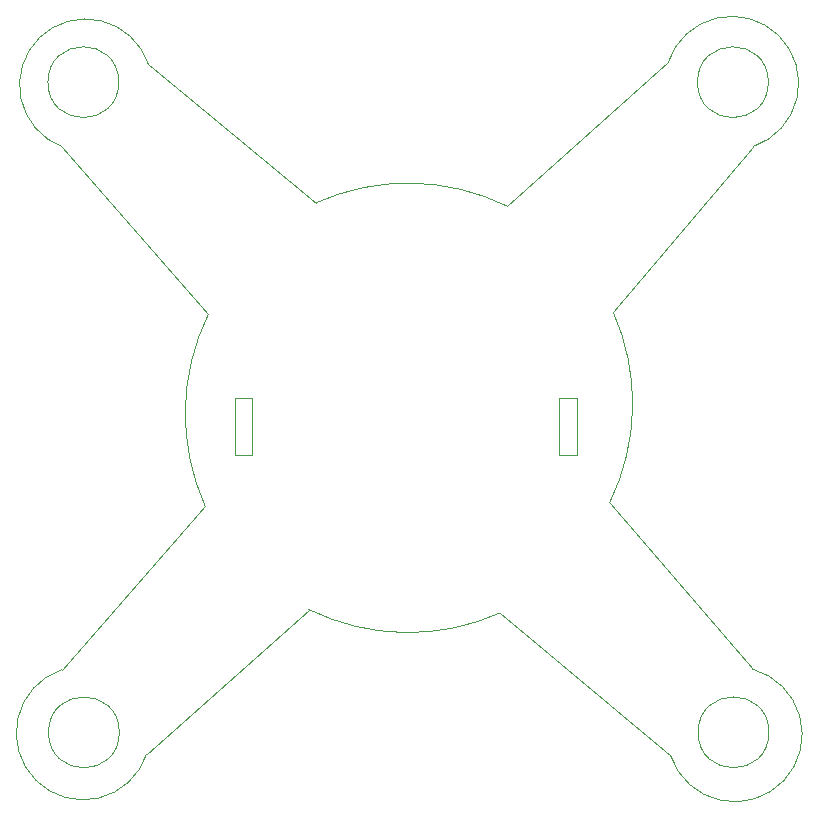
<source format=gbr>
%TF.GenerationSoftware,KiCad,Pcbnew,9.0.0-9.0.0-2~ubuntu22.04.1*%
%TF.CreationDate,2025-03-12T10:46:36+01:00*%
%TF.ProjectId,nano_drone,6e616e6f-5f64-4726-9f6e-652e6b696361,rev?*%
%TF.SameCoordinates,Original*%
%TF.FileFunction,Profile,NP*%
%FSLAX46Y46*%
G04 Gerber Fmt 4.6, Leading zero omitted, Abs format (unit mm)*
G04 Created by KiCad (PCBNEW 9.0.0-9.0.0-2~ubuntu22.04.1) date 2025-03-12 10:46:36*
%MOMM*%
%LPD*%
G01*
G04 APERTURE LIST*
%TA.AperFunction,Profile*%
%ADD10C,0.050000*%
%TD*%
%TA.AperFunction,Profile*%
%ADD11C,0.100000*%
%TD*%
G04 APERTURE END LIST*
D10*
X171173308Y-129894029D02*
X156731277Y-117781312D01*
X126801676Y-129724864D02*
G75*
G02*
X119603592Y-122585695I-5378676J1775264D01*
G01*
X141138038Y-83060297D02*
G75*
G02*
X157331287Y-83345197I7793262J-17385103D01*
G01*
D11*
X179488038Y-127896393D02*
G75*
G02*
X173488038Y-127896393I-3000000J0D01*
G01*
X173488038Y-127896393D02*
G75*
G02*
X179488038Y-127896393I3000000J0D01*
G01*
D10*
X178109360Y-122546071D02*
X165995791Y-108461229D01*
D11*
X124488038Y-127896393D02*
G75*
G02*
X118488038Y-127896393I-3000000J0D01*
G01*
X118488038Y-127896393D02*
G75*
G02*
X124488038Y-127896393I3000000J0D01*
G01*
D10*
X132022958Y-92503154D02*
X119659360Y-78321071D01*
X170961252Y-71156832D02*
G75*
G02*
X178159367Y-78296092I5378748J-1775268D01*
G01*
X126929577Y-71287406D02*
X141138038Y-83060297D01*
X178159360Y-78296071D02*
X166280711Y-92267990D01*
X166280711Y-92267990D02*
G75*
G02*
X165995792Y-108461229I-17384881J-7793240D01*
G01*
X178109360Y-122546071D02*
G75*
G02*
X171173309Y-129894029I-1521530J-5511359D01*
G01*
X161738038Y-99596393D02*
X163238038Y-99596393D01*
X163238038Y-104396393D01*
X161738038Y-104396393D01*
X161738038Y-99596393D01*
X134259360Y-99596071D02*
X135759360Y-99596071D01*
X135759360Y-104396071D01*
X134259360Y-104396071D01*
X134259360Y-99596071D01*
D11*
X124438038Y-72846393D02*
G75*
G02*
X118438038Y-72846393I-3000000J0D01*
G01*
X118438038Y-72846393D02*
G75*
G02*
X124438038Y-72846393I3000000J0D01*
G01*
D10*
X131738038Y-108696393D02*
G75*
G02*
X132022955Y-92503153I17384882J7793243D01*
G01*
D11*
X179438038Y-72846393D02*
G75*
G02*
X173438038Y-72846393I-3000000J0D01*
G01*
X173438038Y-72846393D02*
G75*
G02*
X179438038Y-72846393I3000000J0D01*
G01*
D10*
X156731277Y-117781312D02*
G75*
G02*
X140538024Y-117496421I-7793277J17384912D01*
G01*
X119603568Y-122585625D02*
X131738038Y-108696393D01*
X170961252Y-71156832D02*
X157331277Y-83345217D01*
X119659360Y-78321071D02*
G75*
G02*
X126929579Y-71287405I1971530J5236361D01*
G01*
X126801676Y-129724864D02*
X140538038Y-117496393D01*
M02*

</source>
